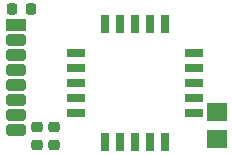
<source format=gbr>
%TF.GenerationSoftware,KiCad,Pcbnew,8.0.5-8.0.5-0~ubuntu22.04.1*%
%TF.CreationDate,2024-09-13T18:39:49+02:00*%
%TF.ProjectId,Adapter_EByte_E07_900MM10S_to_Ebyte_E07_868MS10_FUEL4EP,41646170-7465-4725-9f45-427974655f45,1.1*%
%TF.SameCoordinates,Original*%
%TF.FileFunction,Soldermask,Top*%
%TF.FilePolarity,Negative*%
%FSLAX46Y46*%
G04 Gerber Fmt 4.6, Leading zero omitted, Abs format (unit mm)*
G04 Created by KiCad (PCBNEW 8.0.5-8.0.5-0~ubuntu22.04.1) date 2024-09-13 18:39:49*
%MOMM*%
%LPD*%
G01*
G04 APERTURE LIST*
G04 Aperture macros list*
%AMRoundRect*
0 Rectangle with rounded corners*
0 $1 Rounding radius*
0 $2 $3 $4 $5 $6 $7 $8 $9 X,Y pos of 4 corners*
0 Add a 4 corners polygon primitive as box body*
4,1,4,$2,$3,$4,$5,$6,$7,$8,$9,$2,$3,0*
0 Add four circle primitives for the rounded corners*
1,1,$1+$1,$2,$3*
1,1,$1+$1,$4,$5*
1,1,$1+$1,$6,$7*
1,1,$1+$1,$8,$9*
0 Add four rect primitives between the rounded corners*
20,1,$1+$1,$2,$3,$4,$5,0*
20,1,$1+$1,$4,$5,$6,$7,0*
20,1,$1+$1,$6,$7,$8,$9,0*
20,1,$1+$1,$8,$9,$2,$3,0*%
G04 Aperture macros list end*
%ADD10RoundRect,0.250000X-0.600000X-0.250000X0.600000X-0.250000X0.600000X0.250000X-0.600000X0.250000X0*%
%ADD11RoundRect,0.225000X-0.250000X0.225000X-0.250000X-0.225000X0.250000X-0.225000X0.250000X0.225000X0*%
%ADD12R,1.800000X1.500000*%
%ADD13RoundRect,0.218750X-0.218750X-0.256250X0.218750X-0.256250X0.218750X0.256250X-0.218750X0.256250X0*%
%ADD14R,1.700000X1.000000*%
%ADD15R,0.800000X1.500000*%
%ADD16R,1.500000X0.800000*%
G04 APERTURE END LIST*
D10*
%TO.C,JC5*%
X950000Y5810000D03*
%TD*%
D11*
%TO.C,C2*%
X4241800Y2260600D03*
X4241800Y710600D03*
%TD*%
D12*
%TO.C,JA1*%
X18000000Y3550000D03*
%TD*%
D13*
%TO.C,FB1*%
X685700Y12268200D03*
X2260700Y12268200D03*
%TD*%
D10*
%TO.C,JC8*%
X950000Y2000000D03*
%TD*%
D12*
%TO.C,JA2*%
X18000000Y1270000D03*
%TD*%
D10*
%TO.C,JC6*%
X950000Y4540000D03*
%TD*%
D11*
%TO.C,C1*%
X2743200Y2260600D03*
X2743200Y710600D03*
%TD*%
D10*
%TO.C,JC3*%
X950000Y8350000D03*
%TD*%
%TO.C,JC2*%
X950000Y9620000D03*
%TD*%
D14*
%TO.C,JC1*%
X950000Y10890000D03*
%TD*%
D15*
%TO.C,Module1*%
X8483600Y10947400D03*
D16*
X16023600Y3407400D03*
D15*
X8483600Y947400D03*
D16*
X6023600Y3407400D03*
D15*
X9753600Y10947400D03*
D16*
X16023600Y4677400D03*
D15*
X9753600Y947400D03*
D16*
X6023600Y4677400D03*
D15*
X11023600Y10947400D03*
D16*
X16023600Y5947400D03*
D15*
X11023600Y947400D03*
D16*
X6023600Y5947400D03*
D15*
X12293600Y10947400D03*
D16*
X16023600Y7217400D03*
D15*
X12293600Y947400D03*
D16*
X6023600Y7217400D03*
D15*
X13563600Y10947400D03*
D16*
X16023600Y8487400D03*
D15*
X13563600Y947400D03*
D16*
X6023600Y8487400D03*
%TD*%
D10*
%TO.C,JC4*%
X950000Y7080000D03*
%TD*%
%TO.C,JC7*%
X950000Y3270000D03*
%TD*%
M02*

</source>
